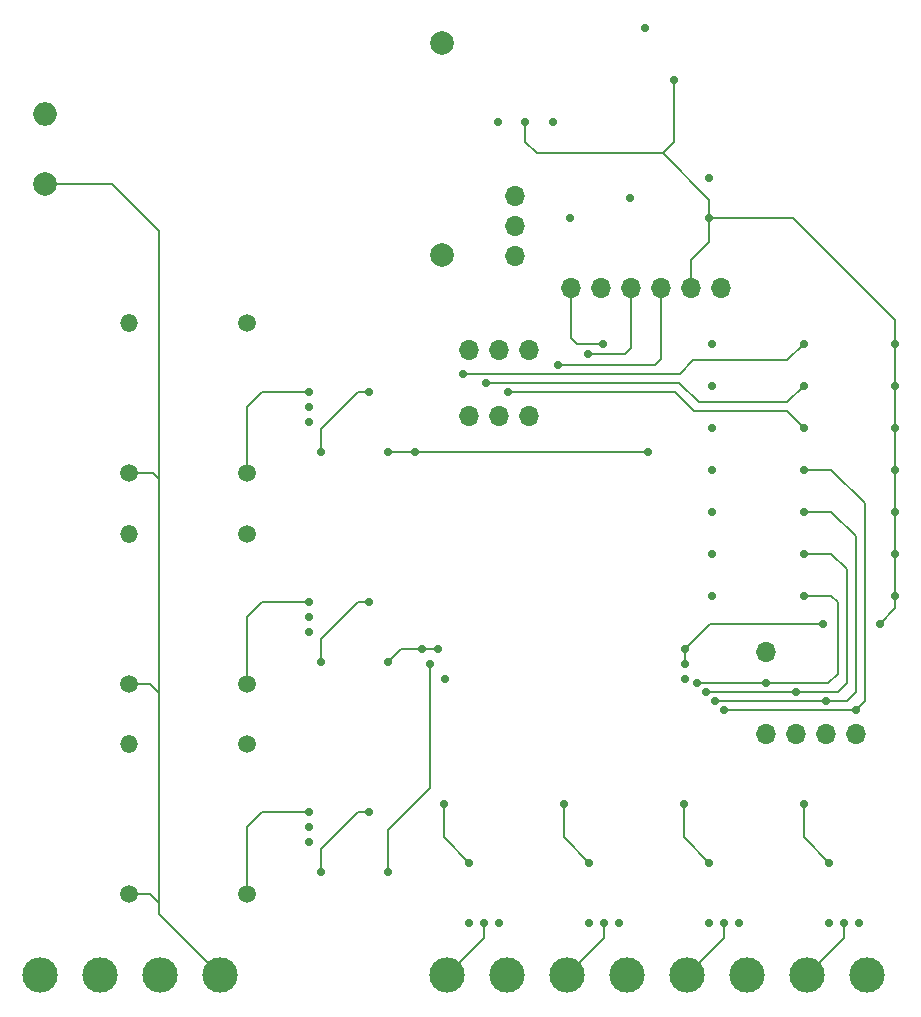
<source format=gbr>
%TF.GenerationSoftware,KiCad,Pcbnew,7.0.10*%
%TF.CreationDate,2024-06-26T03:26:06-03:00*%
%TF.ProjectId,board,626f6172-642e-46b6-9963-61645f706362,1.3*%
%TF.SameCoordinates,Original*%
%TF.FileFunction,Copper,L4,Bot*%
%TF.FilePolarity,Positive*%
%FSLAX46Y46*%
G04 Gerber Fmt 4.6, Leading zero omitted, Abs format (unit mm)*
G04 Created by KiCad (PCBNEW 7.0.10) date 2024-06-26 03:26:06*
%MOMM*%
%LPD*%
G01*
G04 APERTURE LIST*
%TA.AperFunction,ComponentPad*%
%ADD10O,1.508000X1.508000*%
%TD*%
%TA.AperFunction,ComponentPad*%
%ADD11C,1.508000*%
%TD*%
%TA.AperFunction,ComponentPad*%
%ADD12O,2.000000X2.000000*%
%TD*%
%TA.AperFunction,ComponentPad*%
%ADD13C,2.000000*%
%TD*%
%TA.AperFunction,ComponentPad*%
%ADD14O,3.000000X3.000000*%
%TD*%
%TA.AperFunction,ComponentPad*%
%ADD15C,3.000000*%
%TD*%
%TA.AperFunction,ComponentPad*%
%ADD16O,1.700000X1.700000*%
%TD*%
%TA.AperFunction,ViaPad*%
%ADD17C,0.700000*%
%TD*%
%TA.AperFunction,Conductor*%
%ADD18C,0.200000*%
%TD*%
G04 APERTURE END LIST*
D10*
%TO.P,TP2,1*%
%TO.N,Net-(R4-Pad1)*%
X118783800Y-83145000D03*
D11*
%TO.P,TP2,2*%
%TO.N,Neutral*%
X118783800Y-95845000D03*
%TO.P,TP2,3*%
%TO.N,TP B-1*%
X128783800Y-95845000D03*
%TO.P,TP2,4*%
%TO.N,TC A-1*%
X128783800Y-83145000D03*
%TD*%
D12*
%TO.P,PS1,1,AC/L*%
%TO.N,Line A*%
X111734500Y-47546000D03*
D13*
%TO.P,PS1,2,AC/N*%
%TO.N,Neutral*%
X111734500Y-53546000D03*
%TO.P,PS1,3,-Vout*%
%TO.N,GND*%
X145334500Y-41546000D03*
%TO.P,PS1,4,+Vout*%
%TO.N,Net-(PS1-+Vout)*%
X145334500Y-59546000D03*
%TD*%
D10*
%TO.P,TP1,1*%
%TO.N,Net-(R3-Pad1)*%
X118783800Y-65238000D03*
D11*
%TO.P,TP1,2*%
%TO.N,Neutral*%
X118783800Y-77938000D03*
%TO.P,TP1,3*%
%TO.N,TP A-1*%
X128783800Y-77938000D03*
%TO.P,TP1,4*%
%TO.N,TC A-1*%
X128783800Y-65238000D03*
%TD*%
D14*
%TO.P,J6,1,Pin_1*%
%TO.N,TC A-1*%
X176187800Y-120483000D03*
D15*
%TO.P,J6,2,Pin_2*%
%TO.N,TC N-2*%
X181267800Y-120483000D03*
%TD*%
D10*
%TO.P,TP3,1*%
%TO.N,Net-(R5-Pad1)*%
X118783800Y-100925000D03*
D11*
%TO.P,TP3,2*%
%TO.N,Neutral*%
X118783800Y-113625000D03*
%TO.P,TP3,3*%
%TO.N,TP C-1*%
X128783800Y-113625000D03*
%TO.P,TP3,4*%
%TO.N,TC A-1*%
X128783800Y-100925000D03*
%TD*%
D16*
%TO.P,P1,1,Pin_1*%
%TO.N,GND*%
X147612800Y-73112000D03*
%TO.P,P1,2,Pin_2*%
%TO.N,UART TX*%
X150152800Y-73112000D03*
%TO.P,P1,3,Pin_3*%
%TO.N,UART RX*%
X152692800Y-73112000D03*
%TD*%
%TO.P,SW1,1,C*%
%TO.N,unconnected-(SW1-C-Pad1)*%
X151511000Y-54483000D03*
%TO.P,SW1,2,B*%
%TO.N,Vin*%
X151511000Y-57023000D03*
%TO.P,SW1,3,A*%
%TO.N,Net-(PS1-+Vout)*%
X151511000Y-59563000D03*
%TD*%
D14*
%TO.P,J3,1,Pin_1*%
%TO.N,TC A-1*%
X145707800Y-120483000D03*
D15*
%TO.P,J3,2,Pin_2*%
%TO.N,TC A-2*%
X150787800Y-120483000D03*
%TD*%
D14*
%TO.P,J1,1,Pin_1*%
%TO.N,Line A*%
X111252000Y-120483000D03*
D15*
%TO.P,J1,2,Pin_2*%
%TO.N,Line B*%
X116332000Y-120483000D03*
%TD*%
D16*
%TO.P,P4,1,Pin_1*%
%TO.N,Wave A*%
X147612800Y-67524000D03*
%TO.P,P4,2,Pin_2*%
%TO.N,Wave B*%
X150152800Y-67524000D03*
%TO.P,P4,3,Pin_3*%
%TO.N,Wave C*%
X152692800Y-67524000D03*
%TD*%
D14*
%TO.P,J5,1,Pin_1*%
%TO.N,TC A-1*%
X166027800Y-120483000D03*
D15*
%TO.P,J5,2,Pin_2*%
%TO.N,TC C-2*%
X171107800Y-120483000D03*
%TD*%
D16*
%TO.P,P5,1,Pin_1*%
%TO.N,GND*%
X168948800Y-62317000D03*
%TO.P,P5,2,Pin_2*%
%TO.N,Vcc*%
X166408800Y-62317000D03*
%TO.P,P5,3,Pin_3*%
%TO.N,MISO*%
X163868800Y-62317000D03*
%TO.P,P5,4,Pin_4*%
%TO.N,MOSI*%
X161328800Y-62317000D03*
%TO.P,P5,5,Pin_5*%
%TO.N,CLK*%
X158788800Y-62317000D03*
%TO.P,P5,6,Pin_6*%
%TO.N,CS*%
X156248800Y-62317000D03*
%TD*%
%TO.P,P3,1,Pin_1*%
%TO.N,Current A*%
X172720000Y-100076000D03*
%TO.P,P3,2,Pin_2*%
%TO.N,Current B*%
X175260000Y-100076000D03*
%TO.P,P3,3,Pin_3*%
%TO.N,Current C*%
X177800000Y-100076000D03*
%TO.P,P3,4,Pin_4*%
%TO.N,Current N*%
X180340000Y-100076000D03*
%TD*%
D14*
%TO.P,J2,1,Pin_1*%
%TO.N,Line C*%
X121412000Y-120483000D03*
D15*
%TO.P,J2,2,Pin_2*%
%TO.N,Neutral*%
X126492000Y-120483000D03*
%TD*%
D16*
%TO.P,P2,1,Pin_1*%
%TO.N,TC A-1*%
X172720000Y-93091000D03*
%TD*%
D14*
%TO.P,J4,1,Pin_1*%
%TO.N,TC A-1*%
X155867800Y-120483000D03*
D15*
%TO.P,J4,2,Pin_2*%
%TO.N,TC B-2*%
X160947800Y-120483000D03*
%TD*%
D17*
%TO.N,GND*%
X162483800Y-40284400D03*
%TO.N,Vcc*%
X164973000Y-44729400D03*
X152386000Y-48245000D03*
X183706800Y-77684000D03*
X177546000Y-90765000D03*
X167932800Y-56348000D03*
X183680800Y-67016000D03*
X183706800Y-88352000D03*
X183706800Y-84796000D03*
X165900800Y-94107000D03*
X165900800Y-92837000D03*
X183680800Y-74128000D03*
X182372000Y-90765000D03*
X183706800Y-81240000D03*
X183680800Y-70572000D03*
%TO.N,GND*%
X134023800Y-91400000D03*
X134023800Y-109180000D03*
X168186800Y-74128000D03*
X167924349Y-53037735D03*
X180632800Y-116038000D03*
X168212800Y-81240000D03*
X161201800Y-54732000D03*
X160312800Y-116038000D03*
X168186800Y-67016000D03*
X168186800Y-70572000D03*
X150086000Y-48245000D03*
X168212800Y-77684000D03*
X145580800Y-95377000D03*
X134023800Y-73620000D03*
X165900800Y-95377000D03*
X150152800Y-116038000D03*
X168212800Y-88352000D03*
X168212800Y-84796000D03*
X170472800Y-116038000D03*
%TO.N,Current A*%
X172720000Y-95758000D03*
X166916800Y-95758000D03*
X175946800Y-88352000D03*
%TO.N,Current B*%
X167678800Y-96520000D03*
X175260000Y-96520000D03*
X175946800Y-84796000D03*
%TO.N,Current C*%
X175946800Y-81240000D03*
X177800000Y-97282000D03*
X168440800Y-97282000D03*
%TO.N,Current N*%
X180340000Y-98044000D03*
X169202800Y-98044000D03*
X175946800Y-77684000D03*
%TO.N,TC A-2*%
X147612800Y-116038000D03*
%TO.N,TC A-1*%
X179362800Y-116038000D03*
X148882800Y-116038000D03*
X169202800Y-116038000D03*
X159042800Y-116038000D03*
X134023800Y-90130000D03*
X156121800Y-56348000D03*
X134023800Y-72350000D03*
X134023800Y-107910000D03*
%TO.N,TP A-1*%
X134023800Y-71080000D03*
%TO.N,TP C-1*%
X134023800Y-106640000D03*
%TO.N,TP B-1*%
X134023800Y-88860000D03*
%TO.N,TC B-2*%
X157772800Y-116038000D03*
%TO.N,Wave A*%
X175933800Y-67016000D03*
X162750800Y-76160000D03*
X147104800Y-69556000D03*
X143010800Y-76160000D03*
X140754800Y-76160000D03*
%TO.N,Wave B*%
X143660800Y-92837000D03*
X140754800Y-93940000D03*
X144960800Y-92837000D03*
X175933800Y-70572000D03*
X149009800Y-70318000D03*
%TO.N,Wave C*%
X144310800Y-94107000D03*
X140754800Y-111720000D03*
X175940300Y-74128000D03*
X150914800Y-71080000D03*
%TO.N,CS*%
X158940800Y-67016000D03*
%TO.N,MOSI*%
X157670800Y-67905000D03*
%TO.N,MISO*%
X155130800Y-68794000D03*
%TO.N,TC N-2*%
X178092800Y-116038000D03*
%TO.N,Vin*%
X154686000Y-48220000D03*
%TO.N,TC C-2*%
X167932800Y-116038000D03*
%TO.N,Net-(AMP1B--)*%
X135039800Y-76160000D03*
X139103800Y-71080000D03*
%TO.N,Net-(AMP2B--)*%
X135039800Y-93940000D03*
X139103800Y-88860000D03*
%TO.N,Net-(AMP3B--)*%
X139103800Y-106640000D03*
X135039800Y-111720000D03*
%TO.N,Net-(AMP4B--)*%
X147612800Y-110958000D03*
X145453800Y-106005000D03*
%TO.N,Net-(AMP5B--)*%
X155613800Y-106005000D03*
X157772800Y-110958000D03*
%TO.N,Net-(AMP6B--)*%
X167932800Y-110958000D03*
X165773800Y-106005000D03*
%TO.N,Net-(AMP7B--)*%
X175933800Y-106005000D03*
X178092800Y-110958000D03*
%TD*%
D18*
%TO.N,Vcc*%
X164973000Y-49909800D02*
X164973000Y-44729400D01*
X163995800Y-50887000D02*
X164973000Y-49909800D01*
%TO.N,Neutral*%
X121323800Y-115314800D02*
X121323800Y-78446000D01*
X121323800Y-78446000D02*
X121260300Y-78382500D01*
X120815800Y-77938000D02*
X118783800Y-77938000D01*
X117378800Y-53546000D02*
X111734500Y-53546000D01*
X120561800Y-113625000D02*
X121323800Y-114387000D01*
X120561800Y-95845000D02*
X121323800Y-96607000D01*
X121260300Y-78382500D02*
X121323800Y-78319000D01*
X126492000Y-120483000D02*
X121323800Y-115314800D01*
X121323800Y-57491000D02*
X117378800Y-53546000D01*
X118783800Y-113625000D02*
X120561800Y-113625000D01*
X118783800Y-95845000D02*
X120561800Y-95845000D01*
X121323800Y-78319000D02*
X121323800Y-57491000D01*
X121260300Y-78382500D02*
X120815800Y-77938000D01*
%TO.N,Vcc*%
X152386000Y-48245000D02*
X152386000Y-49945200D01*
X177546000Y-90765000D02*
X167972800Y-90765000D01*
X165900800Y-92837000D02*
X165900800Y-94107000D01*
X153327800Y-50887000D02*
X163995800Y-50887000D01*
X183680800Y-74128000D02*
X183680800Y-70572000D01*
X182372000Y-90765000D02*
X183706800Y-89430200D01*
X167932800Y-58380000D02*
X166408800Y-59904000D01*
X183706800Y-89430200D02*
X183706800Y-88352000D01*
X166408800Y-59904000D02*
X166408800Y-62317000D01*
X167932800Y-54824000D02*
X167932800Y-56348000D01*
X183706800Y-84796000D02*
X183706800Y-81240000D01*
X167972800Y-90765000D02*
X165900800Y-92837000D01*
X183706800Y-88352000D02*
X183706800Y-84796000D01*
X163995800Y-50887000D02*
X167932800Y-54824000D01*
X183706800Y-77684000D02*
X183706800Y-74154000D01*
X167932800Y-56348000D02*
X167932800Y-58380000D01*
X183680800Y-67016000D02*
X183680800Y-64984000D01*
X183706800Y-74154000D02*
X183680800Y-74128000D01*
X183680800Y-67016000D02*
X183680800Y-70572000D01*
X152386000Y-49945200D02*
X153327800Y-50887000D01*
X183680800Y-64984000D02*
X175044800Y-56348000D01*
X175044800Y-56348000D02*
X167932800Y-56348000D01*
X183706800Y-81240000D02*
X183706800Y-77684000D01*
%TO.N,Current A*%
X178816000Y-94964250D02*
X178816000Y-88900000D01*
X178022250Y-95758000D02*
X178816000Y-94964250D01*
X178816000Y-88900000D02*
X178268000Y-88352000D01*
X178268000Y-88352000D02*
X175946800Y-88352000D01*
X166916800Y-95758000D02*
X178022250Y-95758000D01*
%TO.N,Current B*%
X167678800Y-96520000D02*
X178816000Y-96520000D01*
X178268000Y-84796000D02*
X175946800Y-84796000D01*
X178816000Y-96520000D02*
X179578000Y-95758000D01*
X179578000Y-95758000D02*
X179578000Y-86106000D01*
X179578000Y-86106000D02*
X178268000Y-84796000D01*
%TO.N,Current C*%
X180340000Y-96520000D02*
X180340000Y-83312000D01*
X179578000Y-97282000D02*
X180340000Y-96520000D01*
X178268000Y-81240000D02*
X175946800Y-81240000D01*
X168440800Y-97282000D02*
X179578000Y-97282000D01*
X180340000Y-83312000D02*
X178268000Y-81240000D01*
%TO.N,Current N*%
X181102000Y-80518000D02*
X178268000Y-77684000D01*
X181102000Y-97282000D02*
X181102000Y-80518000D01*
X169202800Y-98044000D02*
X180340000Y-98044000D01*
X180340000Y-98044000D02*
X181102000Y-97282000D01*
X178268000Y-77684000D02*
X175946800Y-77684000D01*
%TO.N,TC A-1*%
X179362800Y-117308000D02*
X179362800Y-116038000D01*
X145707800Y-120483000D02*
X148882800Y-117308000D01*
X176187800Y-120483000D02*
X179362800Y-117308000D01*
X169202800Y-117308000D02*
X169202800Y-116038000D01*
X155867800Y-120483000D02*
X159042800Y-117308000D01*
X166027800Y-120483000D02*
X169202800Y-117308000D01*
X148882800Y-117308000D02*
X148882800Y-116038000D01*
X159042800Y-117308000D02*
X159042800Y-116038000D01*
%TO.N,TP A-1*%
X130086800Y-71080000D02*
X134023800Y-71080000D01*
X128783800Y-77938000D02*
X128783800Y-72383000D01*
X128783800Y-72383000D02*
X130086800Y-71080000D01*
%TO.N,TP C-1*%
X130086800Y-106640000D02*
X128783800Y-107943000D01*
X134023800Y-106640000D02*
X130086800Y-106640000D01*
X128783800Y-107943000D02*
X128783800Y-113625000D01*
%TO.N,TP B-1*%
X128783800Y-90163000D02*
X128783800Y-95845000D01*
X130086800Y-88860000D02*
X128783800Y-90163000D01*
X134023800Y-88860000D02*
X130086800Y-88860000D01*
%TO.N,Wave A*%
X140754800Y-76160000D02*
X162725800Y-76160000D01*
X147104800Y-69556000D02*
X165456300Y-69556000D01*
X174536800Y-68413000D02*
X175933800Y-67016000D01*
X166599300Y-68413000D02*
X174536800Y-68413000D01*
X165456300Y-69556000D02*
X166599300Y-68413000D01*
%TO.N,Wave B*%
X149009800Y-70318000D02*
X165392800Y-70318000D01*
X144960800Y-92837000D02*
X141857800Y-92837000D01*
X174536800Y-71969000D02*
X175933800Y-70572000D01*
X141857800Y-92837000D02*
X140754800Y-93940000D01*
X165392800Y-70318000D02*
X167043800Y-71969000D01*
X167043800Y-71969000D02*
X174536800Y-71969000D01*
%TO.N,Wave C*%
X140754800Y-111720000D02*
X140754800Y-111847000D01*
X150914800Y-71080000D02*
X165011800Y-71080000D01*
X144310800Y-94107000D02*
X144310800Y-104608000D01*
X140754800Y-108164000D02*
X140754800Y-111720000D01*
X174543300Y-72731000D02*
X175940300Y-74128000D01*
X144310800Y-104608000D02*
X140754800Y-108164000D01*
X165011800Y-71080000D02*
X166662800Y-72731000D01*
X166662800Y-72731000D02*
X174543300Y-72731000D01*
%TO.N,CS*%
X156248800Y-66508000D02*
X156248800Y-62317000D01*
X158940800Y-67016000D02*
X156756800Y-67016000D01*
X156756800Y-67016000D02*
X156248800Y-66508000D01*
%TO.N,MOSI*%
X157670800Y-67905000D02*
X160820800Y-67905000D01*
X160820800Y-67905000D02*
X161328800Y-67397000D01*
X161328800Y-67397000D02*
X161328800Y-62317000D01*
%TO.N,MISO*%
X155130800Y-68794000D02*
X163360800Y-68794000D01*
X163868800Y-68286000D02*
X163868800Y-62317000D01*
X163360800Y-68794000D02*
X163868800Y-68286000D01*
%TO.N,Net-(AMP1B--)*%
X138214800Y-71080000D02*
X139103800Y-71080000D01*
X135039800Y-76160000D02*
X135039800Y-74255000D01*
X135039800Y-74255000D02*
X138214800Y-71080000D01*
%TO.N,Net-(AMP2B--)*%
X135039800Y-93940000D02*
X135039800Y-92035000D01*
X135039800Y-92035000D02*
X138214800Y-88860000D01*
X138214800Y-88860000D02*
X139103800Y-88860000D01*
%TO.N,Net-(AMP3B--)*%
X135039800Y-111720000D02*
X135039800Y-109815000D01*
X135039800Y-109815000D02*
X138214800Y-106640000D01*
X138214800Y-106640000D02*
X139103800Y-106640000D01*
%TO.N,Net-(AMP4B--)*%
X145453800Y-108799000D02*
X147612800Y-110958000D01*
X145453800Y-106005000D02*
X145453800Y-108799000D01*
%TO.N,Net-(AMP5B--)*%
X155613800Y-106005000D02*
X155613800Y-108799000D01*
X155613800Y-108799000D02*
X157772800Y-110958000D01*
%TO.N,Net-(AMP6B--)*%
X165773800Y-108799000D02*
X167932800Y-110958000D01*
X165773800Y-106005000D02*
X165773800Y-108799000D01*
%TO.N,Net-(AMP7B--)*%
X175933800Y-106005000D02*
X175933800Y-108799000D01*
X175933800Y-108799000D02*
X178092800Y-110958000D01*
%TD*%
M02*

</source>
